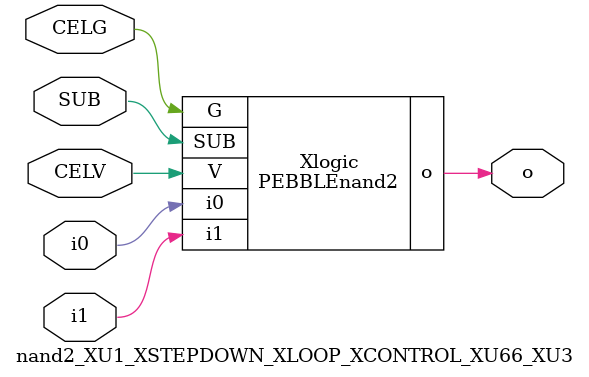
<source format=v>



module PEBBLEnand2 ( o, G, SUB, V, i0, i1 );

  input i0;
  input V;
  input i1;
  input G;
  output o;
  input SUB;
endmodule

//Celera Confidential Do Not Copy nand2_XU1_XSTEPDOWN_XLOOP_XCONTROL_XU66_XU3
//Celera Confidential Symbol Generator
//5V NAND2
module nand2_XU1_XSTEPDOWN_XLOOP_XCONTROL_XU66_XU3 (CELV,CELG,i0,i1,o,SUB);
input CELV;
input CELG;
input i0;
input i1;
input SUB;
output o;

//Celera Confidential Do Not Copy nand2
PEBBLEnand2 Xlogic(
.V (CELV),
.i0 (i0),
.i1 (i1),
.o (o),
.SUB (SUB),
.G (CELG)
);
//,diesize,PEBBLEnand2

//Celera Confidential Do Not Copy Module End
//Celera Schematic Generator
endmodule

</source>
